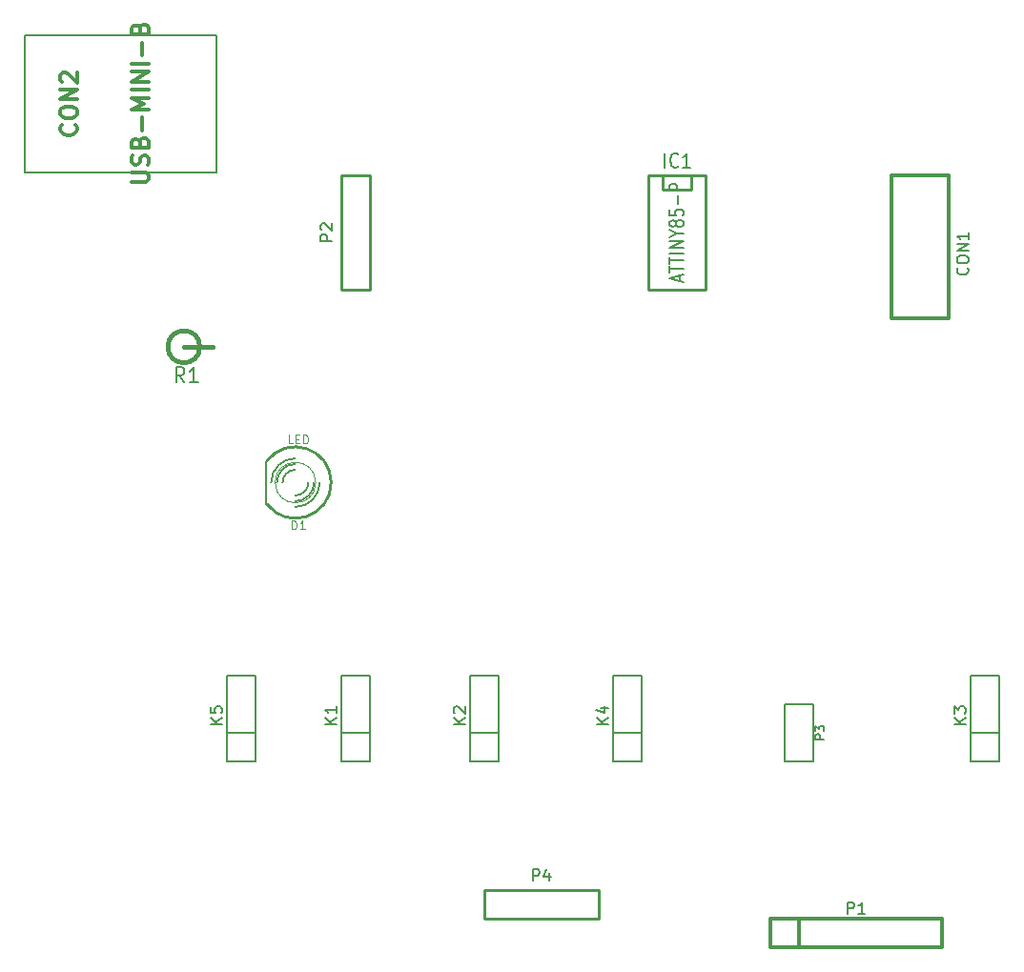
<source format=gto>
G04 #@! TF.FileFunction,Legend,Top*
%FSLAX46Y46*%
G04 Gerber Fmt 4.6, Leading zero omitted, Abs format (unit mm)*
G04 Created by KiCad (PCBNEW 4.0.1-3.201512221402+6198~38~ubuntu14.04.1-stable) date Fri Jan 22 07:36:26 2016*
%MOMM*%
G01*
G04 APERTURE LIST*
%ADD10C,0.150000*%
%ADD11C,0.127000*%
%ADD12C,0.381000*%
%ADD13C,0.304800*%
%ADD14C,0.254000*%
%ADD15C,0.152400*%
%ADD16C,0.203200*%
%ADD17C,0.076200*%
%ADD18C,0.088900*%
G04 APERTURE END LIST*
D10*
D11*
X170053000Y-112014000D02*
X170053000Y-124206000D01*
X170053000Y-124206000D02*
X187071000Y-124206000D01*
X187071000Y-124206000D02*
X187071000Y-112014000D01*
X187071000Y-112014000D02*
X170053000Y-112014000D01*
D12*
X184150000Y-139700000D02*
X186690000Y-139700000D01*
X185569903Y-139700000D02*
G75*
G03X185569903Y-139700000I-1419903J0D01*
G01*
D13*
X252095000Y-124460000D02*
X252095000Y-137160000D01*
X252095000Y-137160000D02*
X247015000Y-137160000D01*
X247015000Y-137160000D02*
X247015000Y-124460000D01*
X247015000Y-124460000D02*
X252095000Y-124460000D01*
D14*
X200660000Y-124460000D02*
X200660000Y-134620000D01*
X198120000Y-124460000D02*
X198120000Y-134620000D01*
X198120000Y-134620000D02*
X200660000Y-134620000D01*
X200660000Y-124460000D02*
X198120000Y-124460000D01*
X220980000Y-190500000D02*
X210820000Y-190500000D01*
X220980000Y-187960000D02*
X210820000Y-187960000D01*
X210820000Y-187960000D02*
X210820000Y-190500000D01*
X220980000Y-190500000D02*
X220980000Y-187960000D01*
D15*
X200660000Y-176530000D02*
X198120000Y-176530000D01*
X198120000Y-176530000D02*
X198120000Y-168910000D01*
X198120000Y-168910000D02*
X200660000Y-168910000D01*
X200660000Y-168910000D02*
X200660000Y-176530000D01*
X198120000Y-173990000D02*
X200660000Y-173990000D01*
X212090000Y-176530000D02*
X209550000Y-176530000D01*
X209550000Y-176530000D02*
X209550000Y-168910000D01*
X209550000Y-168910000D02*
X212090000Y-168910000D01*
X212090000Y-168910000D02*
X212090000Y-176530000D01*
X209550000Y-173990000D02*
X212090000Y-173990000D01*
X224790000Y-176530000D02*
X222250000Y-176530000D01*
X222250000Y-176530000D02*
X222250000Y-168910000D01*
X222250000Y-168910000D02*
X224790000Y-168910000D01*
X224790000Y-168910000D02*
X224790000Y-176530000D01*
X222250000Y-173990000D02*
X224790000Y-173990000D01*
X256540000Y-176530000D02*
X254000000Y-176530000D01*
X254000000Y-176530000D02*
X254000000Y-168910000D01*
X254000000Y-168910000D02*
X256540000Y-168910000D01*
X256540000Y-168910000D02*
X256540000Y-176530000D01*
X254000000Y-173990000D02*
X256540000Y-173990000D01*
X190500000Y-176530000D02*
X187960000Y-176530000D01*
X187960000Y-176530000D02*
X187960000Y-168910000D01*
X187960000Y-168910000D02*
X190500000Y-168910000D01*
X190500000Y-168910000D02*
X190500000Y-176530000D01*
X187960000Y-173990000D02*
X190500000Y-173990000D01*
X237490000Y-171450000D02*
X240030000Y-171450000D01*
X240030000Y-171450000D02*
X240030000Y-176530000D01*
X240030000Y-176530000D02*
X237490000Y-176530000D01*
X237490000Y-176530000D02*
X237490000Y-171450000D01*
D13*
X236220000Y-193040000D02*
X236220000Y-190500000D01*
X236220000Y-190500000D02*
X251460000Y-190500000D01*
X251460000Y-190500000D02*
X251460000Y-193040000D01*
X251460000Y-193040000D02*
X236220000Y-193040000D01*
X238760000Y-193040000D02*
X238760000Y-190500000D01*
D16*
X191465200Y-149860000D02*
X191465200Y-153670000D01*
D17*
X195852051Y-151765000D02*
G75*
G03X195852051Y-151765000I-1796051J0D01*
G01*
D14*
X191518003Y-153672668D02*
G75*
G03X191516000Y-149860000I2537997J1907668D01*
G01*
D15*
X194056000Y-152908000D02*
G75*
G03X195199000Y-151765000I0J1143000D01*
G01*
X194056000Y-150622000D02*
G75*
G03X192913000Y-151765000I0J-1143000D01*
G01*
X194056000Y-153416000D02*
G75*
G03X195707000Y-151765000I0J1651000D01*
G01*
X194056000Y-150114000D02*
G75*
G03X192405000Y-151765000I0J-1651000D01*
G01*
X194056000Y-153924000D02*
G75*
G03X196215000Y-151765000I0J2159000D01*
G01*
X194056000Y-149606000D02*
G75*
G03X191897000Y-151765000I0J-2159000D01*
G01*
D14*
X229235000Y-124460000D02*
X229235000Y-125730000D01*
X229235000Y-125730000D02*
X226695000Y-125730000D01*
X226695000Y-125730000D02*
X226695000Y-124460000D01*
X230505000Y-124460000D02*
X230505000Y-134620000D01*
X230505000Y-134620000D02*
X225425000Y-134620000D01*
X225425000Y-134620000D02*
X225425000Y-124460000D01*
X225425000Y-124460000D02*
X230505000Y-124460000D01*
D13*
X174534286Y-119960571D02*
X174606857Y-120033142D01*
X174679429Y-120250856D01*
X174679429Y-120395999D01*
X174606857Y-120613714D01*
X174461714Y-120758856D01*
X174316571Y-120831428D01*
X174026286Y-120903999D01*
X173808571Y-120903999D01*
X173518286Y-120831428D01*
X173373143Y-120758856D01*
X173228000Y-120613714D01*
X173155429Y-120395999D01*
X173155429Y-120250856D01*
X173228000Y-120033142D01*
X173300571Y-119960571D01*
X173155429Y-119017142D02*
X173155429Y-118726856D01*
X173228000Y-118581714D01*
X173373143Y-118436571D01*
X173663429Y-118363999D01*
X174171429Y-118363999D01*
X174461714Y-118436571D01*
X174606857Y-118581714D01*
X174679429Y-118726856D01*
X174679429Y-119017142D01*
X174606857Y-119162285D01*
X174461714Y-119307428D01*
X174171429Y-119379999D01*
X173663429Y-119379999D01*
X173373143Y-119307428D01*
X173228000Y-119162285D01*
X173155429Y-119017142D01*
X174679429Y-117710857D02*
X173155429Y-117710857D01*
X174679429Y-116840000D01*
X173155429Y-116840000D01*
X173300571Y-116186857D02*
X173228000Y-116114286D01*
X173155429Y-115969143D01*
X173155429Y-115606286D01*
X173228000Y-115461143D01*
X173300571Y-115388572D01*
X173445714Y-115316000D01*
X173590857Y-115316000D01*
X173808571Y-115388572D01*
X174679429Y-116259429D01*
X174679429Y-115316000D01*
X179505429Y-125076856D02*
X180739143Y-125076856D01*
X180884286Y-125004284D01*
X180956857Y-124931713D01*
X181029429Y-124786570D01*
X181029429Y-124496284D01*
X180956857Y-124351142D01*
X180884286Y-124278570D01*
X180739143Y-124205999D01*
X179505429Y-124205999D01*
X180956857Y-123552856D02*
X181029429Y-123335142D01*
X181029429Y-122972285D01*
X180956857Y-122827142D01*
X180884286Y-122754571D01*
X180739143Y-122681999D01*
X180594000Y-122681999D01*
X180448857Y-122754571D01*
X180376286Y-122827142D01*
X180303714Y-122972285D01*
X180231143Y-123262571D01*
X180158571Y-123407713D01*
X180086000Y-123480285D01*
X179940857Y-123552856D01*
X179795714Y-123552856D01*
X179650571Y-123480285D01*
X179578000Y-123407713D01*
X179505429Y-123262571D01*
X179505429Y-122899713D01*
X179578000Y-122681999D01*
X180231143Y-121520856D02*
X180303714Y-121303142D01*
X180376286Y-121230570D01*
X180521429Y-121157999D01*
X180739143Y-121157999D01*
X180884286Y-121230570D01*
X180956857Y-121303142D01*
X181029429Y-121448284D01*
X181029429Y-122028856D01*
X179505429Y-122028856D01*
X179505429Y-121520856D01*
X179578000Y-121375713D01*
X179650571Y-121303142D01*
X179795714Y-121230570D01*
X179940857Y-121230570D01*
X180086000Y-121303142D01*
X180158571Y-121375713D01*
X180231143Y-121520856D01*
X180231143Y-122028856D01*
X180448857Y-120504856D02*
X180448857Y-119343713D01*
X181029429Y-118617999D02*
X179505429Y-118617999D01*
X180594000Y-118109999D01*
X179505429Y-117601999D01*
X181029429Y-117601999D01*
X181029429Y-116876285D02*
X179505429Y-116876285D01*
X181029429Y-116150571D02*
X179505429Y-116150571D01*
X181029429Y-115279714D01*
X179505429Y-115279714D01*
X181029429Y-114554000D02*
X179505429Y-114554000D01*
X180448857Y-113828286D02*
X180448857Y-112667143D01*
X180231143Y-111433429D02*
X180303714Y-111215715D01*
X180376286Y-111143143D01*
X180521429Y-111070572D01*
X180739143Y-111070572D01*
X180884286Y-111143143D01*
X180956857Y-111215715D01*
X181029429Y-111360857D01*
X181029429Y-111941429D01*
X179505429Y-111941429D01*
X179505429Y-111433429D01*
X179578000Y-111288286D01*
X179650571Y-111215715D01*
X179795714Y-111143143D01*
X179940857Y-111143143D01*
X180086000Y-111215715D01*
X180158571Y-111288286D01*
X180231143Y-111433429D01*
X180231143Y-111941429D01*
D16*
X184192333Y-142871976D02*
X183769000Y-142206738D01*
X183466619Y-142871976D02*
X183466619Y-141474976D01*
X183950428Y-141474976D01*
X184071381Y-141541500D01*
X184131857Y-141608024D01*
X184192333Y-141741071D01*
X184192333Y-141940643D01*
X184131857Y-142073690D01*
X184071381Y-142140214D01*
X183950428Y-142206738D01*
X183466619Y-142206738D01*
X185401857Y-142871976D02*
X184676143Y-142871976D01*
X185039000Y-142871976D02*
X185039000Y-141474976D01*
X184918048Y-141674548D01*
X184797095Y-141807595D01*
X184676143Y-141874119D01*
X253727857Y-132678714D02*
X253776238Y-132727095D01*
X253824619Y-132872238D01*
X253824619Y-132969000D01*
X253776238Y-133114142D01*
X253679476Y-133210904D01*
X253582714Y-133259285D01*
X253389190Y-133307666D01*
X253244048Y-133307666D01*
X253050524Y-133259285D01*
X252953762Y-133210904D01*
X252857000Y-133114142D01*
X252808619Y-132969000D01*
X252808619Y-132872238D01*
X252857000Y-132727095D01*
X252905381Y-132678714D01*
X252808619Y-132049761D02*
X252808619Y-131856238D01*
X252857000Y-131759476D01*
X252953762Y-131662714D01*
X253147286Y-131614333D01*
X253485952Y-131614333D01*
X253679476Y-131662714D01*
X253776238Y-131759476D01*
X253824619Y-131856238D01*
X253824619Y-132049761D01*
X253776238Y-132146523D01*
X253679476Y-132243285D01*
X253485952Y-132291666D01*
X253147286Y-132291666D01*
X252953762Y-132243285D01*
X252857000Y-132146523D01*
X252808619Y-132049761D01*
X253824619Y-131178904D02*
X252808619Y-131178904D01*
X253824619Y-130598333D01*
X252808619Y-130598333D01*
X253824619Y-129582333D02*
X253824619Y-130162904D01*
X253824619Y-129872618D02*
X252808619Y-129872618D01*
X252953762Y-129969380D01*
X253050524Y-130066142D01*
X253098905Y-130162904D01*
X197309619Y-130289904D02*
X196293619Y-130289904D01*
X196293619Y-129902857D01*
X196342000Y-129806095D01*
X196390381Y-129757714D01*
X196487143Y-129709333D01*
X196632286Y-129709333D01*
X196729048Y-129757714D01*
X196777429Y-129806095D01*
X196825810Y-129902857D01*
X196825810Y-130289904D01*
X196390381Y-129322285D02*
X196342000Y-129273904D01*
X196293619Y-129177142D01*
X196293619Y-128935238D01*
X196342000Y-128838476D01*
X196390381Y-128790095D01*
X196487143Y-128741714D01*
X196583905Y-128741714D01*
X196729048Y-128790095D01*
X197309619Y-129370666D01*
X197309619Y-128741714D01*
X215150096Y-187149619D02*
X215150096Y-186133619D01*
X215537143Y-186133619D01*
X215633905Y-186182000D01*
X215682286Y-186230381D01*
X215730667Y-186327143D01*
X215730667Y-186472286D01*
X215682286Y-186569048D01*
X215633905Y-186617429D01*
X215537143Y-186665810D01*
X215150096Y-186665810D01*
X216601524Y-186472286D02*
X216601524Y-187149619D01*
X216359620Y-186085238D02*
X216117715Y-186810952D01*
X216746667Y-186810952D01*
D15*
X197690619Y-173215904D02*
X196674619Y-173215904D01*
X197690619Y-172635333D02*
X197110048Y-173070761D01*
X196674619Y-172635333D02*
X197255190Y-173215904D01*
X197690619Y-171667714D02*
X197690619Y-172248285D01*
X197690619Y-171957999D02*
X196674619Y-171957999D01*
X196819762Y-172054761D01*
X196916524Y-172151523D01*
X196964905Y-172248285D01*
X209120619Y-173215904D02*
X208104619Y-173215904D01*
X209120619Y-172635333D02*
X208540048Y-173070761D01*
X208104619Y-172635333D02*
X208685190Y-173215904D01*
X208201381Y-172248285D02*
X208153000Y-172199904D01*
X208104619Y-172103142D01*
X208104619Y-171861238D01*
X208153000Y-171764476D01*
X208201381Y-171716095D01*
X208298143Y-171667714D01*
X208394905Y-171667714D01*
X208540048Y-171716095D01*
X209120619Y-172296666D01*
X209120619Y-171667714D01*
X221820619Y-173215904D02*
X220804619Y-173215904D01*
X221820619Y-172635333D02*
X221240048Y-173070761D01*
X220804619Y-172635333D02*
X221385190Y-173215904D01*
X221143286Y-171764476D02*
X221820619Y-171764476D01*
X220756238Y-172006380D02*
X221481952Y-172248285D01*
X221481952Y-171619333D01*
X253570619Y-173215904D02*
X252554619Y-173215904D01*
X253570619Y-172635333D02*
X252990048Y-173070761D01*
X252554619Y-172635333D02*
X253135190Y-173215904D01*
X252554619Y-172296666D02*
X252554619Y-171667714D01*
X252941667Y-172006380D01*
X252941667Y-171861238D01*
X252990048Y-171764476D01*
X253038429Y-171716095D01*
X253135190Y-171667714D01*
X253377095Y-171667714D01*
X253473857Y-171716095D01*
X253522238Y-171764476D01*
X253570619Y-171861238D01*
X253570619Y-172151523D01*
X253522238Y-172248285D01*
X253473857Y-172296666D01*
X187530619Y-173215904D02*
X186514619Y-173215904D01*
X187530619Y-172635333D02*
X186950048Y-173070761D01*
X186514619Y-172635333D02*
X187095190Y-173215904D01*
X186514619Y-171716095D02*
X186514619Y-172199904D01*
X186998429Y-172248285D01*
X186950048Y-172199904D01*
X186901667Y-172103142D01*
X186901667Y-171861238D01*
X186950048Y-171764476D01*
X186998429Y-171716095D01*
X187095190Y-171667714D01*
X187337095Y-171667714D01*
X187433857Y-171716095D01*
X187482238Y-171764476D01*
X187530619Y-171861238D01*
X187530619Y-172103142D01*
X187482238Y-172199904D01*
X187433857Y-172248285D01*
X241009714Y-174552428D02*
X240247714Y-174552428D01*
X240247714Y-174262143D01*
X240284000Y-174189571D01*
X240320286Y-174153286D01*
X240392857Y-174117000D01*
X240501714Y-174117000D01*
X240574286Y-174153286D01*
X240610571Y-174189571D01*
X240646857Y-174262143D01*
X240646857Y-174552428D01*
X240247714Y-173863000D02*
X240247714Y-173391286D01*
X240538000Y-173645286D01*
X240538000Y-173536428D01*
X240574286Y-173463857D01*
X240610571Y-173427571D01*
X240683143Y-173391286D01*
X240864571Y-173391286D01*
X240937143Y-173427571D01*
X240973429Y-173463857D01*
X241009714Y-173536428D01*
X241009714Y-173754143D01*
X240973429Y-173826714D01*
X240937143Y-173863000D01*
D16*
X243090096Y-190070619D02*
X243090096Y-189054619D01*
X243477143Y-189054619D01*
X243573905Y-189103000D01*
X243622286Y-189151381D01*
X243670667Y-189248143D01*
X243670667Y-189393286D01*
X243622286Y-189490048D01*
X243573905Y-189538429D01*
X243477143Y-189586810D01*
X243090096Y-189586810D01*
X244638286Y-190070619D02*
X244057715Y-190070619D01*
X244348001Y-190070619D02*
X244348001Y-189054619D01*
X244251239Y-189199762D01*
X244154477Y-189296524D01*
X244057715Y-189344905D01*
D18*
X193747572Y-155919714D02*
X193747572Y-155157714D01*
X193929000Y-155157714D01*
X194037857Y-155194000D01*
X194110429Y-155266571D01*
X194146714Y-155339143D01*
X194183000Y-155484286D01*
X194183000Y-155593143D01*
X194146714Y-155738286D01*
X194110429Y-155810857D01*
X194037857Y-155883429D01*
X193929000Y-155919714D01*
X193747572Y-155919714D01*
X194908714Y-155919714D02*
X194473286Y-155919714D01*
X194691000Y-155919714D02*
X194691000Y-155157714D01*
X194618429Y-155266571D01*
X194545857Y-155339143D01*
X194473286Y-155375429D01*
X193820143Y-148299714D02*
X193457286Y-148299714D01*
X193457286Y-147537714D01*
X194074143Y-147900571D02*
X194328143Y-147900571D01*
X194437000Y-148299714D02*
X194074143Y-148299714D01*
X194074143Y-147537714D01*
X194437000Y-147537714D01*
X194763572Y-148299714D02*
X194763572Y-147537714D01*
X194945000Y-147537714D01*
X195053857Y-147574000D01*
X195126429Y-147646571D01*
X195162714Y-147719143D01*
X195199000Y-147864286D01*
X195199000Y-147973143D01*
X195162714Y-148118286D01*
X195126429Y-148190857D01*
X195053857Y-148263429D01*
X194945000Y-148299714D01*
X194763572Y-148299714D01*
D16*
X226849215Y-123764524D02*
X226849215Y-122494524D01*
X228046644Y-123643571D02*
X227992215Y-123704048D01*
X227828929Y-123764524D01*
X227720072Y-123764524D01*
X227556787Y-123704048D01*
X227447929Y-123583095D01*
X227393501Y-123462143D01*
X227339072Y-123220238D01*
X227339072Y-123038810D01*
X227393501Y-122796905D01*
X227447929Y-122675952D01*
X227556787Y-122555000D01*
X227720072Y-122494524D01*
X227828929Y-122494524D01*
X227992215Y-122555000D01*
X228046644Y-122615476D01*
X229135215Y-123764524D02*
X228482072Y-123764524D01*
X228808644Y-123764524D02*
X228808644Y-122494524D01*
X228699787Y-122675952D01*
X228590929Y-122796905D01*
X228482072Y-122857381D01*
X228176667Y-133870095D02*
X228176667Y-133386286D01*
X228539524Y-133966857D02*
X227269524Y-133628190D01*
X228539524Y-133289524D01*
X227269524Y-133096000D02*
X227269524Y-132515429D01*
X228539524Y-132805714D02*
X227269524Y-132805714D01*
X227269524Y-132321905D02*
X227269524Y-131741334D01*
X228539524Y-132031619D02*
X227269524Y-132031619D01*
X228539524Y-131402667D02*
X227269524Y-131402667D01*
X228539524Y-130918857D02*
X227269524Y-130918857D01*
X228539524Y-130338286D01*
X227269524Y-130338286D01*
X227934762Y-129660952D02*
X228539524Y-129660952D01*
X227269524Y-129999619D02*
X227934762Y-129660952D01*
X227269524Y-129322286D01*
X227813810Y-128838476D02*
X227753333Y-128935238D01*
X227692857Y-128983619D01*
X227571905Y-129032000D01*
X227511429Y-129032000D01*
X227390476Y-128983619D01*
X227330000Y-128935238D01*
X227269524Y-128838476D01*
X227269524Y-128644953D01*
X227330000Y-128548191D01*
X227390476Y-128499810D01*
X227511429Y-128451429D01*
X227571905Y-128451429D01*
X227692857Y-128499810D01*
X227753333Y-128548191D01*
X227813810Y-128644953D01*
X227813810Y-128838476D01*
X227874286Y-128935238D01*
X227934762Y-128983619D01*
X228055714Y-129032000D01*
X228297619Y-129032000D01*
X228418571Y-128983619D01*
X228479048Y-128935238D01*
X228539524Y-128838476D01*
X228539524Y-128644953D01*
X228479048Y-128548191D01*
X228418571Y-128499810D01*
X228297619Y-128451429D01*
X228055714Y-128451429D01*
X227934762Y-128499810D01*
X227874286Y-128548191D01*
X227813810Y-128644953D01*
X227269524Y-127532191D02*
X227269524Y-128016000D01*
X227874286Y-128064381D01*
X227813810Y-128016000D01*
X227753333Y-127919238D01*
X227753333Y-127677334D01*
X227813810Y-127580572D01*
X227874286Y-127532191D01*
X227995238Y-127483810D01*
X228297619Y-127483810D01*
X228418571Y-127532191D01*
X228479048Y-127580572D01*
X228539524Y-127677334D01*
X228539524Y-127919238D01*
X228479048Y-128016000D01*
X228418571Y-128064381D01*
X228055714Y-127048381D02*
X228055714Y-126274286D01*
X228539524Y-125790476D02*
X227269524Y-125790476D01*
X227269524Y-125403429D01*
X227330000Y-125306667D01*
X227390476Y-125258286D01*
X227511429Y-125209905D01*
X227692857Y-125209905D01*
X227813810Y-125258286D01*
X227874286Y-125306667D01*
X227934762Y-125403429D01*
X227934762Y-125790476D01*
M02*

</source>
